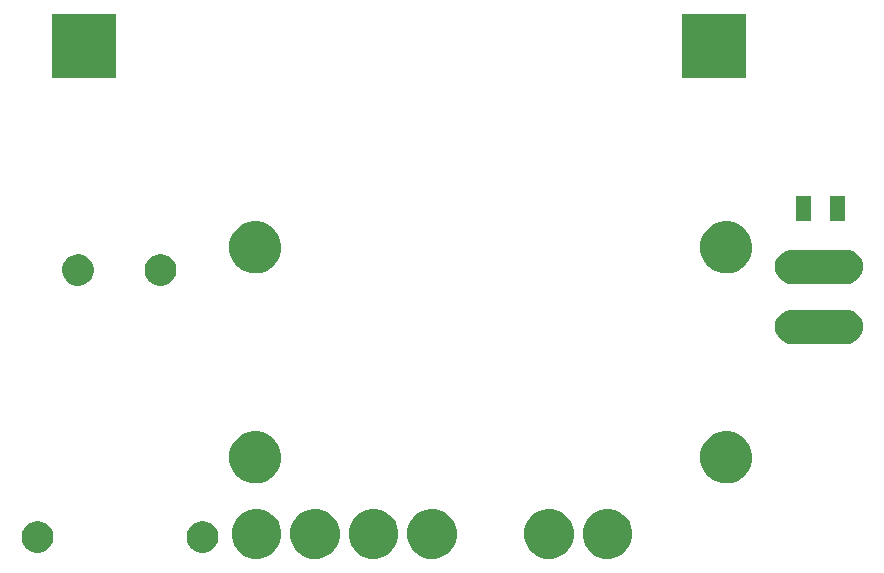
<source format=gts>
G04 #@! TF.FileFunction,Soldermask,Top*
%FSLAX46Y46*%
G04 Gerber Fmt 4.6, Leading zero omitted, Abs format (unit mm)*
G04 Created by KiCad (PCBNEW 4.0.7) date 02/27/21 15:52:34*
%MOMM*%
%LPD*%
G01*
G04 APERTURE LIST*
%ADD10C,0.100000*%
G04 APERTURE END LIST*
D10*
G36*
X36289097Y-62920396D02*
X36693480Y-63003405D01*
X37074035Y-63163375D01*
X37416275Y-63394220D01*
X37707155Y-63687136D01*
X37935603Y-64030979D01*
X38092914Y-64412644D01*
X38172925Y-64816726D01*
X38172925Y-64816758D01*
X38173090Y-64817594D01*
X38166506Y-65289103D01*
X38166316Y-65289938D01*
X38166316Y-65289962D01*
X38075053Y-65691661D01*
X37907148Y-66068781D01*
X37669189Y-66406108D01*
X37370240Y-66690794D01*
X37021691Y-66911990D01*
X36636819Y-67061272D01*
X36230277Y-67132956D01*
X35817551Y-67124311D01*
X35414370Y-67035666D01*
X35036085Y-66870397D01*
X34697103Y-66634798D01*
X34410339Y-66337845D01*
X34186716Y-65990850D01*
X34034747Y-65607023D01*
X33960228Y-65200997D01*
X33965992Y-64788219D01*
X34051819Y-64384433D01*
X34214445Y-64004998D01*
X34447670Y-63664382D01*
X34742612Y-63375552D01*
X35088041Y-63149511D01*
X35470794Y-62994868D01*
X35876295Y-62917515D01*
X36289097Y-62920396D01*
X36289097Y-62920396D01*
G37*
G36*
X66007097Y-62920396D02*
X66411480Y-63003405D01*
X66792035Y-63163375D01*
X67134275Y-63394220D01*
X67425155Y-63687136D01*
X67653603Y-64030979D01*
X67810914Y-64412644D01*
X67890925Y-64816726D01*
X67890925Y-64816758D01*
X67891090Y-64817594D01*
X67884506Y-65289103D01*
X67884316Y-65289938D01*
X67884316Y-65289962D01*
X67793053Y-65691661D01*
X67625148Y-66068781D01*
X67387189Y-66406108D01*
X67088240Y-66690794D01*
X66739691Y-66911990D01*
X66354819Y-67061272D01*
X65948277Y-67132956D01*
X65535551Y-67124311D01*
X65132370Y-67035666D01*
X64754085Y-66870397D01*
X64415103Y-66634798D01*
X64128339Y-66337845D01*
X63904716Y-65990850D01*
X63752747Y-65607023D01*
X63678228Y-65200997D01*
X63683992Y-64788219D01*
X63769819Y-64384433D01*
X63932445Y-64004998D01*
X64165670Y-63664382D01*
X64460612Y-63375552D01*
X64806041Y-63149511D01*
X65188794Y-62994868D01*
X65594295Y-62917515D01*
X66007097Y-62920396D01*
X66007097Y-62920396D01*
G37*
G36*
X61054097Y-62920396D02*
X61458480Y-63003405D01*
X61839035Y-63163375D01*
X62181275Y-63394220D01*
X62472155Y-63687136D01*
X62700603Y-64030979D01*
X62857914Y-64412644D01*
X62937925Y-64816726D01*
X62937925Y-64816758D01*
X62938090Y-64817594D01*
X62931506Y-65289103D01*
X62931316Y-65289938D01*
X62931316Y-65289962D01*
X62840053Y-65691661D01*
X62672148Y-66068781D01*
X62434189Y-66406108D01*
X62135240Y-66690794D01*
X61786691Y-66911990D01*
X61401819Y-67061272D01*
X60995277Y-67132956D01*
X60582551Y-67124311D01*
X60179370Y-67035666D01*
X59801085Y-66870397D01*
X59462103Y-66634798D01*
X59175339Y-66337845D01*
X58951716Y-65990850D01*
X58799747Y-65607023D01*
X58725228Y-65200997D01*
X58730992Y-64788219D01*
X58816819Y-64384433D01*
X58979445Y-64004998D01*
X59212670Y-63664382D01*
X59507612Y-63375552D01*
X59853041Y-63149511D01*
X60235794Y-62994868D01*
X60641295Y-62917515D01*
X61054097Y-62920396D01*
X61054097Y-62920396D01*
G37*
G36*
X46195097Y-62920396D02*
X46599480Y-63003405D01*
X46980035Y-63163375D01*
X47322275Y-63394220D01*
X47613155Y-63687136D01*
X47841603Y-64030979D01*
X47998914Y-64412644D01*
X48078925Y-64816726D01*
X48078925Y-64816758D01*
X48079090Y-64817594D01*
X48072506Y-65289103D01*
X48072316Y-65289938D01*
X48072316Y-65289962D01*
X47981053Y-65691661D01*
X47813148Y-66068781D01*
X47575189Y-66406108D01*
X47276240Y-66690794D01*
X46927691Y-66911990D01*
X46542819Y-67061272D01*
X46136277Y-67132956D01*
X45723551Y-67124311D01*
X45320370Y-67035666D01*
X44942085Y-66870397D01*
X44603103Y-66634798D01*
X44316339Y-66337845D01*
X44092716Y-65990850D01*
X43940747Y-65607023D01*
X43866228Y-65200997D01*
X43871992Y-64788219D01*
X43957819Y-64384433D01*
X44120445Y-64004998D01*
X44353670Y-63664382D01*
X44648612Y-63375552D01*
X44994041Y-63149511D01*
X45376794Y-62994868D01*
X45782295Y-62917515D01*
X46195097Y-62920396D01*
X46195097Y-62920396D01*
G37*
G36*
X51148097Y-62920396D02*
X51552480Y-63003405D01*
X51933035Y-63163375D01*
X52275275Y-63394220D01*
X52566155Y-63687136D01*
X52794603Y-64030979D01*
X52951914Y-64412644D01*
X53031925Y-64816726D01*
X53031925Y-64816758D01*
X53032090Y-64817594D01*
X53025506Y-65289103D01*
X53025316Y-65289938D01*
X53025316Y-65289962D01*
X52934053Y-65691661D01*
X52766148Y-66068781D01*
X52528189Y-66406108D01*
X52229240Y-66690794D01*
X51880691Y-66911990D01*
X51495819Y-67061272D01*
X51089277Y-67132956D01*
X50676551Y-67124311D01*
X50273370Y-67035666D01*
X49895085Y-66870397D01*
X49556103Y-66634798D01*
X49269339Y-66337845D01*
X49045716Y-65990850D01*
X48893747Y-65607023D01*
X48819228Y-65200997D01*
X48824992Y-64788219D01*
X48910819Y-64384433D01*
X49073445Y-64004998D01*
X49306670Y-63664382D01*
X49601612Y-63375552D01*
X49947041Y-63149511D01*
X50329794Y-62994868D01*
X50735295Y-62917515D01*
X51148097Y-62920396D01*
X51148097Y-62920396D01*
G37*
G36*
X41242097Y-62920396D02*
X41646480Y-63003405D01*
X42027035Y-63163375D01*
X42369275Y-63394220D01*
X42660155Y-63687136D01*
X42888603Y-64030979D01*
X43045914Y-64412644D01*
X43125925Y-64816726D01*
X43125925Y-64816758D01*
X43126090Y-64817594D01*
X43119506Y-65289103D01*
X43119316Y-65289938D01*
X43119316Y-65289962D01*
X43028053Y-65691661D01*
X42860148Y-66068781D01*
X42622189Y-66406108D01*
X42323240Y-66690794D01*
X41974691Y-66911990D01*
X41589819Y-67061272D01*
X41183277Y-67132956D01*
X40770551Y-67124311D01*
X40367370Y-67035666D01*
X39989085Y-66870397D01*
X39650103Y-66634798D01*
X39363339Y-66337845D01*
X39139716Y-65990850D01*
X38987747Y-65607023D01*
X38913228Y-65200997D01*
X38918992Y-64788219D01*
X39004819Y-64384433D01*
X39167445Y-64004998D01*
X39400670Y-63664382D01*
X39695612Y-63375552D01*
X40041041Y-63149511D01*
X40423794Y-62994868D01*
X40829295Y-62917515D01*
X41242097Y-62920396D01*
X41242097Y-62920396D01*
G37*
G36*
X17667061Y-63935889D02*
X17925058Y-63988848D01*
X18167857Y-64090912D01*
X18386208Y-64238192D01*
X18571790Y-64425073D01*
X18717542Y-64644447D01*
X18817907Y-64887952D01*
X18868892Y-65145443D01*
X18868892Y-65145476D01*
X18869057Y-65146312D01*
X18864857Y-65447137D01*
X18864666Y-65447976D01*
X18864666Y-65447997D01*
X18806511Y-65703972D01*
X18699387Y-65944576D01*
X18547569Y-66159793D01*
X18356836Y-66341424D01*
X18134464Y-66482546D01*
X17888906Y-66577792D01*
X17629534Y-66623526D01*
X17366211Y-66618010D01*
X17108980Y-66561454D01*
X16867633Y-66456012D01*
X16651356Y-66305696D01*
X16468405Y-66116245D01*
X16325728Y-65894853D01*
X16228773Y-65649973D01*
X16181229Y-65390926D01*
X16184907Y-65127569D01*
X16239665Y-64869953D01*
X16343421Y-64627871D01*
X16492220Y-64410556D01*
X16680396Y-64226281D01*
X16900781Y-64082065D01*
X17144979Y-63983403D01*
X17403692Y-63934051D01*
X17667061Y-63935889D01*
X17667061Y-63935889D01*
G37*
G36*
X31637061Y-63935889D02*
X31895058Y-63988848D01*
X32137857Y-64090912D01*
X32356208Y-64238192D01*
X32541790Y-64425073D01*
X32687542Y-64644447D01*
X32787907Y-64887952D01*
X32838892Y-65145443D01*
X32838892Y-65145476D01*
X32839057Y-65146312D01*
X32834857Y-65447137D01*
X32834666Y-65447976D01*
X32834666Y-65447997D01*
X32776511Y-65703972D01*
X32669387Y-65944576D01*
X32517569Y-66159793D01*
X32326836Y-66341424D01*
X32104464Y-66482546D01*
X31858906Y-66577792D01*
X31599534Y-66623526D01*
X31336211Y-66618010D01*
X31078980Y-66561454D01*
X30837633Y-66456012D01*
X30621356Y-66305696D01*
X30438405Y-66116245D01*
X30295728Y-65894853D01*
X30198773Y-65649973D01*
X30151229Y-65390926D01*
X30154907Y-65127569D01*
X30209665Y-64869953D01*
X30313421Y-64627871D01*
X30462220Y-64410556D01*
X30650396Y-64226281D01*
X30870781Y-64082065D01*
X31114979Y-63983403D01*
X31373692Y-63934051D01*
X31637061Y-63935889D01*
X31637061Y-63935889D01*
G37*
G36*
X76050076Y-56348459D02*
X76472708Y-56435214D01*
X76870438Y-56602404D01*
X77228121Y-56843664D01*
X77532132Y-57149806D01*
X77770889Y-57509163D01*
X77935300Y-57908053D01*
X78018929Y-58330410D01*
X78018929Y-58330443D01*
X78019094Y-58331279D01*
X78012213Y-58824067D01*
X78012023Y-58824902D01*
X78012023Y-58824928D01*
X77916633Y-59244792D01*
X77741150Y-59638933D01*
X77492453Y-59991484D01*
X77180013Y-60289015D01*
X76815729Y-60520198D01*
X76413490Y-60676216D01*
X75988601Y-60751134D01*
X75557248Y-60742100D01*
X75135871Y-60649454D01*
X74740514Y-60476726D01*
X74386230Y-60230493D01*
X74086528Y-59920143D01*
X73852812Y-59557485D01*
X73693985Y-59156336D01*
X73616103Y-58731985D01*
X73622127Y-58300578D01*
X73711827Y-57878568D01*
X73881793Y-57482010D01*
X74125543Y-57126021D01*
X74433797Y-56824157D01*
X74794815Y-56587914D01*
X75194842Y-56426292D01*
X75618644Y-56345448D01*
X76050076Y-56348459D01*
X76050076Y-56348459D01*
G37*
G36*
X36172076Y-56348459D02*
X36594708Y-56435214D01*
X36992438Y-56602404D01*
X37350121Y-56843664D01*
X37654132Y-57149806D01*
X37892889Y-57509163D01*
X38057300Y-57908053D01*
X38140929Y-58330410D01*
X38140929Y-58330443D01*
X38141094Y-58331279D01*
X38134213Y-58824067D01*
X38134023Y-58824902D01*
X38134023Y-58824928D01*
X38038633Y-59244792D01*
X37863150Y-59638933D01*
X37614453Y-59991484D01*
X37302013Y-60289015D01*
X36937729Y-60520198D01*
X36535490Y-60676216D01*
X36110601Y-60751134D01*
X35679248Y-60742100D01*
X35257871Y-60649454D01*
X34862514Y-60476726D01*
X34508230Y-60230493D01*
X34208528Y-59920143D01*
X33974812Y-59557485D01*
X33815985Y-59156336D01*
X33738103Y-58731985D01*
X33744127Y-58300578D01*
X33833827Y-57878568D01*
X34003793Y-57482010D01*
X34247543Y-57126021D01*
X34555797Y-56824157D01*
X34916815Y-56587914D01*
X35316842Y-56426292D01*
X35740644Y-56345448D01*
X36172076Y-56348459D01*
X36172076Y-56348459D01*
G37*
G36*
X85976073Y-46048105D02*
X85976079Y-46048106D01*
X85981148Y-46048141D01*
X86262375Y-46079686D01*
X86532119Y-46165254D01*
X86780105Y-46301585D01*
X86996888Y-46483488D01*
X87174211Y-46704033D01*
X87305320Y-46954820D01*
X87385220Y-47226297D01*
X87385228Y-47226384D01*
X87385234Y-47226405D01*
X87410873Y-47508122D01*
X87381305Y-47789440D01*
X87381297Y-47789465D01*
X87381287Y-47789563D01*
X87297605Y-48059898D01*
X87163007Y-48308830D01*
X86982623Y-48526878D01*
X86763321Y-48705736D01*
X86513455Y-48838592D01*
X86242543Y-48920385D01*
X85960903Y-48948000D01*
X81424939Y-48948000D01*
X81409927Y-48947895D01*
X81409921Y-48947894D01*
X81404852Y-48947859D01*
X81123625Y-48916314D01*
X80853881Y-48830746D01*
X80605895Y-48694415D01*
X80389112Y-48512512D01*
X80211789Y-48291967D01*
X80080680Y-48041180D01*
X80000780Y-47769703D01*
X80000772Y-47769616D01*
X80000766Y-47769595D01*
X79975127Y-47487878D01*
X80004695Y-47206560D01*
X80004703Y-47206535D01*
X80004713Y-47206437D01*
X80088395Y-46936102D01*
X80222993Y-46687170D01*
X80403377Y-46469122D01*
X80622679Y-46290264D01*
X80872545Y-46157408D01*
X81143457Y-46075615D01*
X81425097Y-46048000D01*
X85961061Y-46048000D01*
X85976073Y-46048105D01*
X85976073Y-46048105D01*
G37*
G36*
X28081061Y-41329889D02*
X28339058Y-41382848D01*
X28581857Y-41484912D01*
X28800208Y-41632192D01*
X28985790Y-41819073D01*
X29131542Y-42038447D01*
X29231907Y-42281952D01*
X29282892Y-42539443D01*
X29282892Y-42539476D01*
X29283057Y-42540312D01*
X29278857Y-42841137D01*
X29278666Y-42841976D01*
X29278666Y-42841997D01*
X29220511Y-43097972D01*
X29113387Y-43338576D01*
X28961569Y-43553793D01*
X28770836Y-43735424D01*
X28548464Y-43876546D01*
X28302906Y-43971792D01*
X28043534Y-44017526D01*
X27780211Y-44012010D01*
X27522980Y-43955454D01*
X27281633Y-43850012D01*
X27065356Y-43699696D01*
X26882405Y-43510245D01*
X26739728Y-43288853D01*
X26642773Y-43043973D01*
X26595229Y-42784926D01*
X26598907Y-42521569D01*
X26653665Y-42263953D01*
X26757421Y-42021871D01*
X26906220Y-41804556D01*
X27094396Y-41620281D01*
X27314781Y-41476065D01*
X27558979Y-41377403D01*
X27817692Y-41328051D01*
X28081061Y-41329889D01*
X28081061Y-41329889D01*
G37*
G36*
X21096061Y-41329889D02*
X21354058Y-41382848D01*
X21596857Y-41484912D01*
X21815208Y-41632192D01*
X22000790Y-41819073D01*
X22146542Y-42038447D01*
X22246907Y-42281952D01*
X22297892Y-42539443D01*
X22297892Y-42539476D01*
X22298057Y-42540312D01*
X22293857Y-42841137D01*
X22293666Y-42841976D01*
X22293666Y-42841997D01*
X22235511Y-43097972D01*
X22128387Y-43338576D01*
X21976569Y-43553793D01*
X21785836Y-43735424D01*
X21563464Y-43876546D01*
X21317906Y-43971792D01*
X21058534Y-44017526D01*
X20795211Y-44012010D01*
X20537980Y-43955454D01*
X20296633Y-43850012D01*
X20080356Y-43699696D01*
X19897405Y-43510245D01*
X19754728Y-43288853D01*
X19657773Y-43043973D01*
X19610229Y-42784926D01*
X19613907Y-42521569D01*
X19668665Y-42263953D01*
X19772421Y-42021871D01*
X19921220Y-41804556D01*
X20109396Y-41620281D01*
X20329781Y-41476065D01*
X20573979Y-41377403D01*
X20832692Y-41328051D01*
X21096061Y-41329889D01*
X21096061Y-41329889D01*
G37*
G36*
X85976073Y-40968105D02*
X85976079Y-40968106D01*
X85981148Y-40968141D01*
X86262375Y-40999686D01*
X86532119Y-41085254D01*
X86780105Y-41221585D01*
X86996888Y-41403488D01*
X87174211Y-41624033D01*
X87305320Y-41874820D01*
X87385220Y-42146297D01*
X87385228Y-42146384D01*
X87385234Y-42146405D01*
X87410873Y-42428122D01*
X87381305Y-42709440D01*
X87381297Y-42709465D01*
X87381287Y-42709563D01*
X87297605Y-42979898D01*
X87163007Y-43228830D01*
X86982623Y-43446878D01*
X86763321Y-43625736D01*
X86513455Y-43758592D01*
X86242543Y-43840385D01*
X85960903Y-43868000D01*
X81424939Y-43868000D01*
X81409927Y-43867895D01*
X81409921Y-43867894D01*
X81404852Y-43867859D01*
X81123625Y-43836314D01*
X80853881Y-43750746D01*
X80605895Y-43614415D01*
X80389112Y-43432512D01*
X80211789Y-43211967D01*
X80080680Y-42961180D01*
X80000780Y-42689703D01*
X80000772Y-42689616D01*
X80000766Y-42689595D01*
X79975127Y-42407878D01*
X80004695Y-42126560D01*
X80004703Y-42126535D01*
X80004713Y-42126437D01*
X80088395Y-41856102D01*
X80222993Y-41607170D01*
X80403377Y-41389122D01*
X80622679Y-41210264D01*
X80872545Y-41077408D01*
X81143457Y-40995615D01*
X81425097Y-40968000D01*
X85961061Y-40968000D01*
X85976073Y-40968105D01*
X85976073Y-40968105D01*
G37*
G36*
X76050076Y-38568459D02*
X76472708Y-38655214D01*
X76870438Y-38822404D01*
X77228121Y-39063664D01*
X77532132Y-39369806D01*
X77770889Y-39729163D01*
X77935300Y-40128053D01*
X78018929Y-40550410D01*
X78018929Y-40550443D01*
X78019094Y-40551279D01*
X78012213Y-41044067D01*
X78012023Y-41044902D01*
X78012023Y-41044928D01*
X77916633Y-41464792D01*
X77741150Y-41858933D01*
X77492453Y-42211484D01*
X77180013Y-42509015D01*
X76815729Y-42740198D01*
X76413490Y-42896216D01*
X75988601Y-42971134D01*
X75557248Y-42962100D01*
X75135871Y-42869454D01*
X74740514Y-42696726D01*
X74386230Y-42450493D01*
X74086528Y-42140143D01*
X73852812Y-41777485D01*
X73693985Y-41376336D01*
X73616103Y-40951985D01*
X73622127Y-40520578D01*
X73711827Y-40098568D01*
X73881793Y-39702010D01*
X74125543Y-39346021D01*
X74433797Y-39044157D01*
X74794815Y-38807914D01*
X75194842Y-38646292D01*
X75618644Y-38565448D01*
X76050076Y-38568459D01*
X76050076Y-38568459D01*
G37*
G36*
X36172076Y-38568459D02*
X36594708Y-38655214D01*
X36992438Y-38822404D01*
X37350121Y-39063664D01*
X37654132Y-39369806D01*
X37892889Y-39729163D01*
X38057300Y-40128053D01*
X38140929Y-40550410D01*
X38140929Y-40550443D01*
X38141094Y-40551279D01*
X38134213Y-41044067D01*
X38134023Y-41044902D01*
X38134023Y-41044928D01*
X38038633Y-41464792D01*
X37863150Y-41858933D01*
X37614453Y-42211484D01*
X37302013Y-42509015D01*
X36937729Y-42740198D01*
X36535490Y-42896216D01*
X36110601Y-42971134D01*
X35679248Y-42962100D01*
X35257871Y-42869454D01*
X34862514Y-42696726D01*
X34508230Y-42450493D01*
X34208528Y-42140143D01*
X33974812Y-41777485D01*
X33815985Y-41376336D01*
X33738103Y-40951985D01*
X33744127Y-40520578D01*
X33833827Y-40098568D01*
X34003793Y-39702010D01*
X34247543Y-39346021D01*
X34555797Y-39044157D01*
X34916815Y-38807914D01*
X35316842Y-38646292D01*
X35740644Y-38565448D01*
X36172076Y-38568459D01*
X36172076Y-38568459D01*
G37*
G36*
X85920000Y-38515000D02*
X84620000Y-38515000D01*
X84620000Y-36415000D01*
X85920000Y-36415000D01*
X85920000Y-38515000D01*
X85920000Y-38515000D01*
G37*
G36*
X83020000Y-38515000D02*
X81720000Y-38515000D01*
X81720000Y-36415000D01*
X83020000Y-36415000D01*
X83020000Y-38515000D01*
X83020000Y-38515000D01*
G37*
G36*
X24163000Y-26449000D02*
X18763000Y-26449000D01*
X18763000Y-21049000D01*
X24163000Y-21049000D01*
X24163000Y-26449000D01*
X24163000Y-26449000D01*
G37*
G36*
X77503000Y-26449000D02*
X72103000Y-26449000D01*
X72103000Y-21049000D01*
X77503000Y-21049000D01*
X77503000Y-26449000D01*
X77503000Y-26449000D01*
G37*
M02*

</source>
